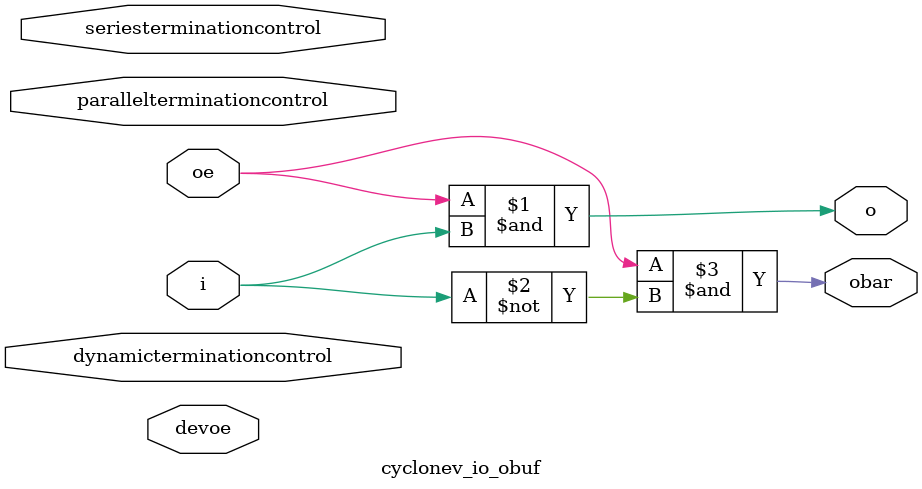
<source format=v>
module cyclonev_io_ibuf(	// file.cleaned.mlir:2:3
  input  i,	// file.cleaned.mlir:2:34
         dynamicterminationcontrol,	// file.cleaned.mlir:2:46
         ibar,	// file.cleaned.mlir:2:82
  output o	// file.cleaned.mlir:2:98
);

  assign o = i;	// file.cleaned.mlir:3:5
endmodule

module cyclonev_io_obuf(	// file.cleaned.mlir:5:3
  input         i,	// file.cleaned.mlir:5:34
                oe,	// file.cleaned.mlir:5:46
                dynamicterminationcontrol,	// file.cleaned.mlir:5:59
  input  [15:0] parallelterminationcontrol,	// file.cleaned.mlir:5:95
                seriesterminationcontrol,	// file.cleaned.mlir:5:133
  input         devoe,	// file.cleaned.mlir:5:169
  output        o,	// file.cleaned.mlir:5:186
                obar	// file.cleaned.mlir:5:198
);

  assign o = oe & i;	// file.cleaned.mlir:7:10, :10:5
  assign obar = oe & ~i;	// file.cleaned.mlir:8:10, :9:10, :10:5
endmodule


</source>
